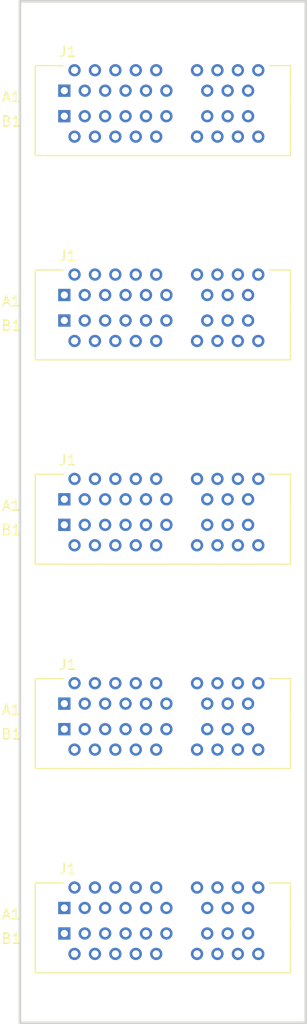
<source format=kicad_pcb>
(kicad_pcb (version 20240108) (generator "pcbnew") (generator_version "8.0")
  (layers (0 "F.Cu" signal) (31 "B.Cu" signal) (34 "B.Paste" user) (35 "F.Paste" user) (36 "B.SilkS" user "B.Silkscreen") (37 "F.SilkS" user "F.Silkscreen") (38 "B.Mask" user) (39 "F.Mask" user) (44 "Edge.Cuts" user))
  (net 0 "")
  (footprint "10018784_10210TLF:AMPHENOL_10018784-10210TLF" (layer "F.Cu") (at 138 140)
    (property "Reference" "J1" (at -11.325 -5.075 0) (layer "F.SilkS"))
    (property "Value" "10018784-10210TLF")
    (fp_line (start -14.5 -3.7) (end -11.75 -3.7) (stroke (width 0.127)) (layer "F.SilkS"))
    (fp_line (start -14.5 5.1) (end -14.5 -3.7) (stroke (width 0.127)) (layer "F.SilkS"))
    (fp_line (start 10.5 -3.7) (end 8.45 -3.7) (stroke (width 0.127)) (layer "F.SilkS"))
    (fp_line (start 10.5 -3.7) (end 10.5 5.1) (stroke (width 0.127)) (layer "F.SilkS"))
    (fp_line (start 10.5 5.1) (end -14.5 5.1) (stroke (width 0.127)) (layer "F.SilkS"))
    (fp_text user "B1" (at -16.85 1.75 0) (layer "F.SilkS"))
    (fp_text user "A1" (at -16.85 -0.65 0) (layer "F.SilkS"))
    (pad "" np_thru_hole circle (at 0 0) (size 2.35 2.35) (drill 2.35) (layers "*.Cu" "*.Mask"))
    (pad "" np_thru_hole circle (at 9.15 0) (size 2.35 2.35) (drill 2.35) (layers "*.Cu" "*.Mask"))
    (pad "A1" thru_hole rect (at -11.65 -1.25) (size 1.208 1.208) (drill 0.7) (layers "*.Cu" "*.Mask"))
    (pad "A2" thru_hole circle (at -10.65 -3.25) (size 1.208 1.208) (drill 0.7) (layers "*.Cu" "*.Mask"))
    (pad "A3" thru_hole circle (at -9.65 -1.25) (size 1.208 1.208) (drill 0.7) (layers "*.Cu" "*.Mask"))
    (pad "A4" thru_hole circle (at -8.65 -3.25) (size 1.208 1.208) (drill 0.7) (layers "*.Cu" "*.Mask"))
    (pad "A5" thru_hole circle (at -7.65 -1.25) (size 1.208 1.208) (drill 0.7) (layers "*.Cu" "*.Mask"))
    (pad "A6" thru_hole circle (at -6.65 -3.25) (size 1.208 1.208) (drill 0.7) (layers "*.Cu" "*.Mask"))
    (pad "A7" thru_hole circle (at -5.65 -1.25) (size 1.208 1.208) (drill 0.7) (layers "*.Cu" "*.Mask"))
    (pad "A8" thru_hole circle (at -4.65 -3.25) (size 1.208 1.208) (drill 0.7) (layers "*.Cu" "*.Mask"))
    (pad "A9" thru_hole circle (at -3.65 -1.25) (size 1.208 1.208) (drill 0.7) (layers "*.Cu" "*.Mask"))
    (pad "A10" thru_hole circle (at -2.65 -3.25) (size 1.208 1.208) (drill 0.7) (layers "*.Cu" "*.Mask"))
    (pad "A11" thru_hole circle (at -1.65 -1.25) (size 1.208 1.208) (drill 0.7) (layers "*.Cu" "*.Mask"))
    (pad "A12" thru_hole circle (at 1.35 -3.25) (size 1.208 1.208) (drill 0.7) (layers "*.Cu" "*.Mask"))
    (pad "A13" thru_hole circle (at 2.35 -1.25) (size 1.208 1.208) (drill 0.7) (layers "*.Cu" "*.Mask"))
    (pad "A14" thru_hole circle (at 3.35 -3.25) (size 1.208 1.208) (drill 0.7) (layers "*.Cu" "*.Mask"))
    (pad "A15" thru_hole circle (at 4.35 -1.25) (size 1.208 1.208) (drill 0.7) (layers "*.Cu" "*.Mask"))
    (pad "A16" thru_hole circle (at 5.35 -3.25) (size 1.208 1.208) (drill 0.7) (layers "*.Cu" "*.Mask"))
    (pad "A17" thru_hole circle (at 6.35 -1.25) (size 1.208 1.208) (drill 0.7) (layers "*.Cu" "*.Mask"))
    (pad "A18" thru_hole circle (at 7.35 -3.25) (size 1.208 1.208) (drill 0.7) (layers "*.Cu" "*.Mask"))
    (pad "B1" thru_hole rect (at -11.65 1.25) (size 1.208 1.208) (drill 0.7) (layers "*.Cu" "*.Mask"))
    (pad "B2" thru_hole circle (at -10.65 3.25) (size 1.208 1.208) (drill 0.7) (layers "*.Cu" "*.Mask"))
    (pad "B3" thru_hole circle (at -9.65 1.25) (size 1.208 1.208) (drill 0.7) (layers "*.Cu" "*.Mask"))
    (pad "B4" thru_hole circle (at -8.65 3.25) (size 1.208 1.208) (drill 0.7) (layers "*.Cu" "*.Mask"))
    (pad "B5" thru_hole circle (at -7.65 1.25) (size 1.208 1.208) (drill 0.7) (layers "*.Cu" "*.Mask"))
    (pad "B6" thru_hole circle (at -6.65 3.25) (size 1.208 1.208) (drill 0.7) (layers "*.Cu" "*.Mask"))
    (pad "B7" thru_hole circle (at -5.65 1.25) (size 1.208 1.208) (drill 0.7) (layers "*.Cu" "*.Mask"))
    (pad "B8" thru_hole circle (at -4.65 3.25) (size 1.208 1.208) (drill 0.7) (layers "*.Cu" "*.Mask"))
    (pad "B9" thru_hole circle (at -3.65 1.25) (size 1.208 1.208) (drill 0.7) (layers "*.Cu" "*.Mask"))
    (pad "B10" thru_hole circle (at -2.65 3.25) (size 1.208 1.208) (drill 0.7) (layers "*.Cu" "*.Mask"))
    (pad "B11" thru_hole circle (at -1.65 1.25) (size 1.208 1.208) (drill 0.7) (layers "*.Cu" "*.Mask"))
    (pad "B12" thru_hole circle (at 1.35 3.25) (size 1.208 1.208) (drill 0.7) (layers "*.Cu" "*.Mask"))
    (pad "B13" thru_hole circle (at 2.35 1.25) (size 1.208 1.208) (drill 0.7) (layers "*.Cu" "*.Mask"))
    (pad "B14" thru_hole circle (at 3.35 3.25) (size 1.208 1.208) (drill 0.7) (layers "*.Cu" "*.Mask"))
    (pad "B15" thru_hole circle (at 4.35 1.25) (size 1.208 1.208) (drill 0.7) (layers "*.Cu" "*.Mask"))
    (pad "B16" thru_hole circle (at 5.35 3.25) (size 1.208 1.208) (drill 0.7) (layers "*.Cu" "*.Mask"))
    (pad "B17" thru_hole circle (at 6.35 1.25) (size 1.208 1.208) (drill 0.7) (layers "*.Cu" "*.Mask"))
    (pad "B18" thru_hole circle (at 7.35 3.25) (size 1.208 1.208) (drill 0.7) (layers "*.Cu" "*.Mask"))
  )
  (footprint "10018784_10210TLF:AMPHENOL_10018784-10210TLF" (layer "F.Cu") (at 138 60)
    (property "Reference" "J1" (at -11.325 -5.075 0) (layer "F.SilkS"))
    (property "Value" "10018784-10210TLF")
    (fp_line (start -14.5 -3.7) (end -11.75 -3.7) (stroke (width 0.127)) (layer "F.SilkS"))
    (fp_line (start -14.5 5.1) (end -14.5 -3.7) (stroke (width 0.127)) (layer "F.SilkS"))
    (fp_line (start 10.5 -3.7) (end 8.45 -3.7) (stroke (width 0.127)) (layer "F.SilkS"))
    (fp_line (start 10.5 -3.7) (end 10.5 5.1) (stroke (width 0.127)) (layer "F.SilkS"))
    (fp_line (start 10.5 5.1) (end -14.5 5.1) (stroke (width 0.127)) (layer "F.SilkS"))
    (fp_text user "B1" (at -16.85 1.75 0) (layer "F.SilkS"))
    (fp_text user "A1" (at -16.85 -0.65 0) (layer "F.SilkS"))
    (pad "" np_thru_hole circle (at 0 0) (size 2.35 2.35) (drill 2.35) (layers "*.Cu" "*.Mask"))
    (pad "" np_thru_hole circle (at 9.15 0) (size 2.35 2.35) (drill 2.35) (layers "*.Cu" "*.Mask"))
    (pad "A1" thru_hole rect (at -11.65 -1.25) (size 1.208 1.208) (drill 0.7) (layers "*.Cu" "*.Mask"))
    (pad "A2" thru_hole circle (at -10.65 -3.25) (size 1.208 1.208) (drill 0.7) (layers "*.Cu" "*.Mask"))
    (pad "A3" thru_hole circle (at -9.65 -1.25) (size 1.208 1.208) (drill 0.7) (layers "*.Cu" "*.Mask"))
    (pad "A4" thru_hole circle (at -8.65 -3.25) (size 1.208 1.208) (drill 0.7) (layers "*.Cu" "*.Mask"))
    (pad "A5" thru_hole circle (at -7.65 -1.25) (size 1.208 1.208) (drill 0.7) (layers "*.Cu" "*.Mask"))
    (pad "A6" thru_hole circle (at -6.65 -3.25) (size 1.208 1.208) (drill 0.7) (layers "*.Cu" "*.Mask"))
    (pad "A7" thru_hole circle (at -5.65 -1.25) (size 1.208 1.208) (drill 0.7) (layers "*.Cu" "*.Mask"))
    (pad "A8" thru_hole circle (at -4.65 -3.25) (size 1.208 1.208) (drill 0.7) (layers "*.Cu" "*.Mask"))
    (pad "A9" thru_hole circle (at -3.65 -1.25) (size 1.208 1.208) (drill 0.7) (layers "*.Cu" "*.Mask"))
    (pad "A10" thru_hole circle (at -2.65 -3.25) (size 1.208 1.208) (drill 0.7) (layers "*.Cu" "*.Mask"))
    (pad "A11" thru_hole circle (at -1.65 -1.25) (size 1.208 1.208) (drill 0.7) (layers "*.Cu" "*.Mask"))
    (pad "A12" thru_hole circle (at 1.35 -3.25) (size 1.208 1.208) (drill 0.7) (layers "*.Cu" "*.Mask"))
    (pad "A13" thru_hole circle (at 2.35 -1.25) (size 1.208 1.208) (drill 0.7) (layers "*.Cu" "*.Mask"))
    (pad "A14" thru_hole circle (at 3.35 -3.25) (size 1.208 1.208) (drill 0.7) (layers "*.Cu" "*.Mask"))
    (pad "A15" thru_hole circle (at 4.35 -1.25) (size 1.208 1.208) (drill 0.7) (layers "*.Cu" "*.Mask"))
    (pad "A16" thru_hole circle (at 5.35 -3.25) (size 1.208 1.208) (drill 0.7) (layers "*.Cu" "*.Mask"))
    (pad "A17" thru_hole circle (at 6.35 -1.25) (size 1.208 1.208) (drill 0.7) (layers "*.Cu" "*.Mask"))
    (pad "A18" thru_hole circle (at 7.35 -3.25) (size 1.208 1.208) (drill 0.7) (layers "*.Cu" "*.Mask"))
    (pad "B1" thru_hole rect (at -11.65 1.25) (size 1.208 1.208) (drill 0.7) (layers "*.Cu" "*.Mask"))
    (pad "B2" thru_hole circle (at -10.65 3.25) (size 1.208 1.208) (drill 0.7) (layers "*.Cu" "*.Mask"))
    (pad "B3" thru_hole circle (at -9.65 1.25) (size 1.208 1.208) (drill 0.7) (layers "*.Cu" "*.Mask"))
    (pad "B4" thru_hole circle (at -8.65 3.25) (size 1.208 1.208) (drill 0.7) (layers "*.Cu" "*.Mask"))
    (pad "B5" thru_hole circle (at -7.65 1.25) (size 1.208 1.208) (drill 0.7) (layers "*.Cu" "*.Mask"))
    (pad "B6" thru_hole circle (at -6.65 3.25) (size 1.208 1.208) (drill 0.7) (layers "*.Cu" "*.Mask"))
    (pad "B7" thru_hole circle (at -5.65 1.25) (size 1.208 1.208) (drill 0.7) (layers "*.Cu" "*.Mask"))
    (pad "B8" thru_hole circle (at -4.65 3.25) (size 1.208 1.208) (drill 0.7) (layers "*.Cu" "*.Mask"))
    (pad "B9" thru_hole circle (at -3.65 1.25) (size 1.208 1.208) (drill 0.7) (layers "*.Cu" "*.Mask"))
    (pad "B10" thru_hole circle (at -2.65 3.25) (size 1.208 1.208) (drill 0.7) (layers "*.Cu" "*.Mask"))
    (pad "B11" thru_hole circle (at -1.65 1.25) (size 1.208 1.208) (drill 0.7) (layers "*.Cu" "*.Mask"))
    (pad "B12" thru_hole circle (at 1.35 3.25) (size 1.208 1.208) (drill 0.7) (layers "*.Cu" "*.Mask"))
    (pad "B13" thru_hole circle (at 2.35 1.25) (size 1.208 1.208) (drill 0.7) (layers "*.Cu" "*.Mask"))
    (pad "B14" thru_hole circle (at 3.35 3.25) (size 1.208 1.208) (drill 0.7) (layers "*.Cu" "*.Mask"))
    (pad "B15" thru_hole circle (at 4.35 1.25) (size 1.208 1.208) (drill 0.7) (layers "*.Cu" "*.Mask"))
    (pad "B16" thru_hole circle (at 5.35 3.25) (size 1.208 1.208) (drill 0.7) (layers "*.Cu" "*.Mask"))
    (pad "B17" thru_hole circle (at 6.35 1.25) (size 1.208 1.208) (drill 0.7) (layers "*.Cu" "*.Mask"))
    (pad "B18" thru_hole circle (at 7.35 3.25) (size 1.208 1.208) (drill 0.7) (layers "*.Cu" "*.Mask"))
  )
  (footprint "10018784_10210TLF:AMPHENOL_10018784-10210TLF" (layer "F.Cu") (at 138 80)
    (property "Reference" "J1" (at -11.325 -5.075 0) (layer "F.SilkS"))
    (property "Value" "10018784-10210TLF")
    (fp_line (start -14.5 -3.7) (end -11.75 -3.7) (stroke (width 0.127)) (layer "F.SilkS"))
    (fp_line (start -14.5 5.1) (end -14.5 -3.7) (stroke (width 0.127)) (layer "F.SilkS"))
    (fp_line (start 10.5 -3.7) (end 8.45 -3.7) (stroke (width 0.127)) (layer "F.SilkS"))
    (fp_line (start 10.5 -3.7) (end 10.5 5.1) (stroke (width 0.127)) (layer "F.SilkS"))
    (fp_line (start 10.5 5.1) (end -14.5 5.1) (stroke (width 0.127)) (layer "F.SilkS"))
    (fp_text user "B1" (at -16.85 1.75 0) (layer "F.SilkS"))
    (fp_text user "A1" (at -16.85 -0.65 0) (layer "F.SilkS"))
    (pad "" np_thru_hole circle (at 0 0) (size 2.35 2.35) (drill 2.35) (layers "*.Cu" "*.Mask"))
    (pad "" np_thru_hole circle (at 9.15 0) (size 2.35 2.35) (drill 2.35) (layers "*.Cu" "*.Mask"))
    (pad "A1" thru_hole rect (at -11.65 -1.25) (size 1.208 1.208) (drill 0.7) (layers "*.Cu" "*.Mask"))
    (pad "A2" thru_hole circle (at -10.65 -3.25) (size 1.208 1.208) (drill 0.7) (layers "*.Cu" "*.Mask"))
    (pad "A3" thru_hole circle (at -9.65 -1.25) (size 1.208 1.208) (drill 0.7) (layers "*.Cu" "*.Mask"))
    (pad "A4" thru_hole circle (at -8.65 -3.25) (size 1.208 1.208) (drill 0.7) (layers "*.Cu" "*.Mask"))
    (pad "A5" thru_hole circle (at -7.65 -1.25) (size 1.208 1.208) (drill 0.7) (layers "*.Cu" "*.Mask"))
    (pad "A6" thru_hole circle (at -6.65 -3.25) (size 1.208 1.208) (drill 0.7) (layers "*.Cu" "*.Mask"))
    (pad "A7" thru_hole circle (at -5.65 -1.25) (size 1.208 1.208) (drill 0.7) (layers "*.Cu" "*.Mask"))
    (pad "A8" thru_hole circle (at -4.65 -3.25) (size 1.208 1.208) (drill 0.7) (layers "*.Cu" "*.Mask"))
    (pad "A9" thru_hole circle (at -3.65 -1.25) (size 1.208 1.208) (drill 0.7) (layers "*.Cu" "*.Mask"))
    (pad "A10" thru_hole circle (at -2.65 -3.25) (size 1.208 1.208) (drill 0.7) (layers "*.Cu" "*.Mask"))
    (pad "A11" thru_hole circle (at -1.65 -1.25) (size 1.208 1.208) (drill 0.7) (layers "*.Cu" "*.Mask"))
    (pad "A12" thru_hole circle (at 1.35 -3.25) (size 1.208 1.208) (drill 0.7) (layers "*.Cu" "*.Mask"))
    (pad "A13" thru_hole circle (at 2.35 -1.25) (size 1.208 1.208) (drill 0.7) (layers "*.Cu" "*.Mask"))
    (pad "A14" thru_hole circle (at 3.35 -3.25) (size 1.208 1.208) (drill 0.7) (layers "*.Cu" "*.Mask"))
    (pad "A15" thru_hole circle (at 4.35 -1.25) (size 1.208 1.208) (drill 0.7) (layers "*.Cu" "*.Mask"))
    (pad "A16" thru_hole circle (at 5.35 -3.25) (size 1.208 1.208) (drill 0.7) (layers "*.Cu" "*.Mask"))
    (pad "A17" thru_hole circle (at 6.35 -1.25) (size 1.208 1.208) (drill 0.7) (layers "*.Cu" "*.Mask"))
    (pad "A18" thru_hole circle (at 7.35 -3.25) (size 1.208 1.208) (drill 0.7) (layers "*.Cu" "*.Mask"))
    (pad "B1" thru_hole rect (at -11.65 1.25) (size 1.208 1.208) (drill 0.7) (layers "*.Cu" "*.Mask"))
    (pad "B2" thru_hole circle (at -10.65 3.25) (size 1.208 1.208) (drill 0.7) (layers "*.Cu" "*.Mask"))
    (pad "B3" thru_hole circle (at -9.65 1.25) (size 1.208 1.208) (drill 0.7) (layers "*.Cu" "*.Mask"))
    (pad "B4" thru_hole circle (at -8.65 3.25) (size 1.208 1.208) (drill 0.7) (layers "*.Cu" "*.Mask"))
    (pad "B5" thru_hole circle (at -7.65 1.25) (size 1.208 1.208) (drill 0.7) (layers "*.Cu" "*.Mask"))
    (pad "B6" thru_hole circle (at -6.65 3.25) (size 1.208 1.208) (drill 0.7) (layers "*.Cu" "*.Mask"))
    (pad "B7" thru_hole circle (at -5.65 1.25) (size 1.208 1.208) (drill 0.7) (layers "*.Cu" "*.Mask"))
    (pad "B8" thru_hole circle (at -4.65 3.25) (size 1.208 1.208) (drill 0.7) (layers "*.Cu" "*.Mask"))
    (pad "B9" thru_hole circle (at -3.65 1.25) (size 1.208 1.208) (drill 0.7) (layers "*.Cu" "*.Mask"))
    (pad "B10" thru_hole circle (at -2.65 3.25) (size 1.208 1.208) (drill 0.7) (layers "*.Cu" "*.Mask"))
    (pad "B11" thru_hole circle (at -1.65 1.25) (size 1.208 1.208) (drill 0.7) (layers "*.Cu" "*.Mask"))
    (pad "B12" thru_hole circle (at 1.35 3.25) (size 1.208 1.208) (drill 0.7) (layers "*.Cu" "*.Mask"))
    (pad "B13" thru_hole circle (at 2.35 1.25) (size 1.208 1.208) (drill 0.7) (layers "*.Cu" "*.Mask"))
    (pad "B14" thru_hole circle (at 3.35 3.25) (size 1.208 1.208) (drill 0.7) (layers "*.Cu" "*.Mask"))
    (pad "B15" thru_hole circle (at 4.35 1.25) (size 1.208 1.208) (drill 0.7) (layers "*.Cu" "*.Mask"))
    (pad "B16" thru_hole circle (at 5.35 3.25) (size 1.208 1.208) (drill 0.7) (layers "*.Cu" "*.Mask"))
    (pad "B17" thru_hole circle (at 6.35 1.25) (size 1.208 1.208) (drill 0.7) (layers "*.Cu" "*.Mask"))
    (pad "B18" thru_hole circle (at 7.35 3.25) (size 1.208 1.208) (drill 0.7) (layers "*.Cu" "*.Mask"))
  )
  (footprint "10018784_10210TLF:AMPHENOL_10018784-10210TLF" (layer "F.Cu") (at 138 120)
    (property "Reference" "J1" (at -11.325 -5.075 0) (layer "F.SilkS"))
    (property "Value" "10018784-10210TLF")
    (fp_line (start -14.5 -3.7) (end -11.75 -3.7) (stroke (width 0.127)) (layer "F.SilkS"))
    (fp_line (start -14.5 5.1) (end -14.5 -3.7) (stroke (width 0.127)) (layer "F.SilkS"))
    (fp_line (start 10.5 -3.7) (end 8.45 -3.7) (stroke (width 0.127)) (layer "F.SilkS"))
    (fp_line (start 10.5 -3.7) (end 10.5 5.1) (stroke (width 0.127)) (layer "F.SilkS"))
    (fp_line (start 10.5 5.1) (end -14.5 5.1) (stroke (width 0.127)) (layer "F.SilkS"))
    (fp_text user "B1" (at -16.85 1.75 0) (layer "F.SilkS"))
    (fp_text user "A1" (at -16.85 -0.65 0) (layer "F.SilkS"))
    (pad "" np_thru_hole circle (at 0 0) (size 2.35 2.35) (drill 2.35) (layers "*.Cu" "*.Mask"))
    (pad "" np_thru_hole circle (at 9.15 0) (size 2.35 2.35) (drill 2.35) (layers "*.Cu" "*.Mask"))
    (pad "A1" thru_hole rect (at -11.65 -1.25) (size 1.208 1.208) (drill 0.7) (layers "*.Cu" "*.Mask"))
    (pad "A2" thru_hole circle (at -10.65 -3.25) (size 1.208 1.208) (drill 0.7) (layers "*.Cu" "*.Mask"))
    (pad "A3" thru_hole circle (at -9.65 -1.25) (size 1.208 1.208) (drill 0.7) (layers "*.Cu" "*.Mask"))
    (pad "A4" thru_hole circle (at -8.65 -3.25) (size 1.208 1.208) (drill 0.7) (layers "*.Cu" "*.Mask"))
    (pad "A5" thru_hole circle (at -7.65 -1.25) (size 1.208 1.208) (drill 0.7) (layers "*.Cu" "*.Mask"))
    (pad "A6" thru_hole circle (at -6.65 -3.25) (size 1.208 1.208) (drill 0.7) (layers "*.Cu" "*.Mask"))
    (pad "A7" thru_hole circle (at -5.65 -1.25) (size 1.208 1.208) (drill 0.7) (layers "*.Cu" "*.Mask"))
    (pad "A8" thru_hole circle (at -4.65 -3.25) (size 1.208 1.208) (drill 0.7) (layers "*.Cu" "*.Mask"))
    (pad "A9" thru_hole circle (at -3.65 -1.25) (size 1.208 1.208) (drill 0.7) (layers "*.Cu" "*.Mask"))
    (pad "A10" thru_hole circle (at -2.65 -3.25) (size 1.208 1.208) (drill 0.7) (layers "*.Cu" "*.Mask"))
    (pad "A11" thru_hole circle (at -1.65 -1.25) (size 1.208 1.208) (drill 0.7) (layers "*.Cu" "*.Mask"))
    (pad "A12" thru_hole circle (at 1.35 -3.25) (size 1.208 1.208) (drill 0.7) (layers "*.Cu" "*.Mask"))
    (pad "A13" thru_hole circle (at 2.35 -1.25) (size 1.208 1.208) (drill 0.7) (layers "*.Cu" "*.Mask"))
    (pad "A14" thru_hole circle (at 3.35 -3.25) (size 1.208 1.208) (drill 0.7) (layers "*.Cu" "*.Mask"))
    (pad "A15" thru_hole circle (at 4.35 -1.25) (size 1.208 1.208) (drill 0.7) (layers "*.Cu" "*.Mask"))
    (pad "A16" thru_hole circle (at 5.35 -3.25) (size 1.208 1.208) (drill 0.7) (layers "*.Cu" "*.Mask"))
    (pad "A17" thru_hole circle (at 6.35 -1.25) (size 1.208 1.208) (drill 0.7) (layers "*.Cu" "*.Mask"))
    (pad "A18" thru_hole circle (at 7.35 -3.25) (size 1.208 1.208) (drill 0.7) (layers "*.Cu" "*.Mask"))
    (pad "B1" thru_hole rect (at -11.65 1.25) (size 1.208 1.208) (drill 0.7) (layers "*.Cu" "*.Mask"))
    (pad "B2" thru_hole circle (at -10.65 3.25) (size 1.208 1.208) (drill 0.7) (layers "*.Cu" "*.Mask"))
    (pad "B3" thru_hole circle (at -9.65 1.25) (size 1.208 1.208) (drill 0.7) (layers "*.Cu" "*.Mask"))
    (pad "B4" thru_hole circle (at -8.65 3.25) (size 1.208 1.208) (drill 0.7) (layers "*.Cu" "*.Mask"))
    (pad "B5" thru_hole circle (at -7.65 1.25) (size 1.208 1.208) (drill 0.7) (layers "*.Cu" "*.Mask"))
    (pad "B6" thru_hole circle (at -6.65 3.25) (size 1.208 1.208) (drill 0.7) (layers "*.Cu" "*.Mask"))
    (pad "B7" thru_hole circle (at -5.65 1.25) (size 1.208 1.208) (drill 0.7) (layers "*.Cu" "*.Mask"))
    (pad "B8" thru_hole circle (at -4.65 3.25) (size 1.208 1.208) (drill 0.7) (layers "*.Cu" "*.Mask"))
    (pad "B9" thru_hole circle (at -3.65 1.25) (size 1.208 1.208) (drill 0.7) (layers "*.Cu" "*.Mask"))
    (pad "B10" thru_hole circle (at -2.65 3.25) (size 1.208 1.208) (drill 0.7) (layers "*.Cu" "*.Mask"))
    (pad "B11" thru_hole circle (at -1.65 1.25) (size 1.208 1.208) (drill 0.7) (layers "*.Cu" "*.Mask"))
    (pad "B12" thru_hole circle (at 1.35 3.25) (size 1.208 1.208) (drill 0.7) (layers "*.Cu" "*.Mask"))
    (pad "B13" thru_hole circle (at 2.35 1.25) (size 1.208 1.208) (drill 0.7) (layers "*.Cu" "*.Mask"))
    (pad "B14" thru_hole circle (at 3.35 3.25) (size 1.208 1.208) (drill 0.7) (layers "*.Cu" "*.Mask"))
    (pad "B15" thru_hole circle (at 4.35 1.25) (size 1.208 1.208) (drill 0.7) (layers "*.Cu" "*.Mask"))
    (pad "B16" thru_hole circle (at 5.35 3.25) (size 1.208 1.208) (drill 0.7) (layers "*.Cu" "*.Mask"))
    (pad "B17" thru_hole circle (at 6.35 1.25) (size 1.208 1.208) (drill 0.7) (layers "*.Cu" "*.Mask"))
    (pad "B18" thru_hole circle (at 7.35 3.25) (size 1.208 1.208) (drill 0.7) (layers "*.Cu" "*.Mask"))
  )
  (footprint "10018784_10210TLF:AMPHENOL_10018784-10210TLF" (layer "F.Cu") (at 138 100)
    (property "Reference" "J1" (at -11.325 -5.075 0) (layer "F.SilkS"))
    (property "Value" "10018784-10210TLF")
    (fp_line (start -14.5 -3.7) (end -11.75 -3.7) (stroke (width 0.127)) (layer "F.SilkS"))
    (fp_line (start -14.5 5.1) (end -14.5 -3.7) (stroke (width 0.127)) (layer "F.SilkS"))
    (fp_line (start 10.5 -3.7) (end 8.45 -3.7) (stroke (width 0.127)) (layer "F.SilkS"))
    (fp_line (start 10.5 -3.7) (end 10.5 5.1) (stroke (width 0.127)) (layer "F.SilkS"))
    (fp_line (start 10.5 5.1) (end -14.5 5.1) (stroke (width 0.127)) (layer "F.SilkS"))
    (fp_text user "B1" (at -16.85 1.75 0) (layer "F.SilkS"))
    (fp_text user "A1" (at -16.85 -0.65 0) (layer "F.SilkS"))
    (pad "" np_thru_hole circle (at 0 0) (size 2.35 2.35) (drill 2.35) (layers "*.Cu" "*.Mask"))
    (pad "" np_thru_hole circle (at 9.15 0) (size 2.35 2.35) (drill 2.35) (layers "*.Cu" "*.Mask"))
    (pad "A1" thru_hole rect (at -11.65 -1.25) (size 1.208 1.208) (drill 0.7) (layers "*.Cu" "*.Mask"))
    (pad "A2" thru_hole circle (at -10.65 -3.25) (size 1.208 1.208) (drill 0.7) (layers "*.Cu" "*.Mask"))
    (pad "A3" thru_hole circle (at -9.65 -1.25) (size 1.208 1.208) (drill 0.7) (layers "*.Cu" "*.Mask"))
    (pad "A4" thru_hole circle (at -8.65 -3.25) (size 1.208 1.208) (drill 0.7) (layers "*.Cu" "*.Mask"))
    (pad "A5" thru_hole circle (at -7.65 -1.25) (size 1.208 1.208) (drill 0.7) (layers "*.Cu" "*.Mask"))
    (pad "A6" thru_hole circle (at -6.65 -3.25) (size 1.208 1.208) (drill 0.7) (layers "*.Cu" "*.Mask"))
    (pad "A7" thru_hole circle (at -5.65 -1.25) (size 1.208 1.208) (drill 0.7) (layers "*.Cu" "*.Mask"))
    (pad "A8" thru_hole circle (at -4.65 -3.25) (size 1.208 1.208) (drill 0.7) (layers "*.Cu" "*.Mask"))
    (pad "A9" thru_hole circle (at -3.65 -1.25) (size 1.208 1.208) (drill 0.7) (layers "*.Cu" "*.Mask"))
    (pad "A10" thru_hole circle (at -2.65 -3.25) (size 1.208 1.208) (drill 0.7) (layers "*.Cu" "*.Mask"))
    (pad "A11" thru_hole circle (at -1.65 -1.25) (size 1.208 1.208) (drill 0.7) (layers "*.Cu" "*.Mask"))
    (pad "A12" thru_hole circle (at 1.35 -3.25) (size 1.208 1.208) (drill 0.7) (layers "*.Cu" "*.Mask"))
    (pad "A13" thru_hole circle (at 2.35 -1.25) (size 1.208 1.208) (drill 0.7) (layers "*.Cu" "*.Mask"))
    (pad "A14" thru_hole circle (at 3.35 -3.25) (size 1.208 1.208) (drill 0.7) (layers "*.Cu" "*.Mask"))
    (pad "A15" thru_hole circle (at 4.35 -1.25) (size 1.208 1.208) (drill 0.7) (layers "*.Cu" "*.Mask"))
    (pad "A16" thru_hole circle (at 5.35 -3.25) (size 1.208 1.208) (drill 0.7) (layers "*.Cu" "*.Mask"))
    (pad "A17" thru_hole circle (at 6.35 -1.25) (size 1.208 1.208) (drill 0.7) (layers "*.Cu" "*.Mask"))
    (pad "A18" thru_hole circle (at 7.35 -3.25) (size 1.208 1.208) (drill 0.7) (layers "*.Cu" "*.Mask"))
    (pad "B1" thru_hole rect (at -11.65 1.25) (size 1.208 1.208) (drill 0.7) (layers "*.Cu" "*.Mask"))
    (pad "B2" thru_hole circle (at -10.65 3.25) (size 1.208 1.208) (drill 0.7) (layers "*.Cu" "*.Mask"))
    (pad "B3" thru_hole circle (at -9.65 1.25) (size 1.208 1.208) (drill 0.7) (layers "*.Cu" "*.Mask"))
    (pad "B4" thru_hole circle (at -8.65 3.25) (size 1.208 1.208) (drill 0.7) (layers "*.Cu" "*.Mask"))
    (pad "B5" thru_hole circle (at -7.65 1.25) (size 1.208 1.208) (drill 0.7) (layers "*.Cu" "*.Mask"))
    (pad "B6" thru_hole circle (at -6.65 3.25) (size 1.208 1.208) (drill 0.7) (layers "*.Cu" "*.Mask"))
    (pad "B7" thru_hole circle (at -5.65 1.25) (size 1.208 1.208) (drill 0.7) (layers "*.Cu" "*.Mask"))
    (pad "B8" thru_hole circle (at -4.65 3.25) (size 1.208 1.208) (drill 0.7) (layers "*.Cu" "*.Mask"))
    (pad "B9" thru_hole circle (at -3.65 1.25) (size 1.208 1.208) (drill 0.7) (layers "*.Cu" "*.Mask"))
    (pad "B10" thru_hole circle (at -2.65 3.25) (size 1.208 1.208) (drill 0.7) (layers "*.Cu" "*.Mask"))
    (pad "B11" thru_hole circle (at -1.65 1.25) (size 1.208 1.208) (drill 0.7) (layers "*.Cu" "*.Mask"))
    (pad "B12" thru_hole circle (at 1.35 3.25) (size 1.208 1.208) (drill 0.7) (layers "*.Cu" "*.Mask"))
    (pad "B13" thru_hole circle (at 2.35 1.25) (size 1.208 1.208) (drill 0.7) (layers "*.Cu" "*.Mask"))
    (pad "B14" thru_hole circle (at 3.35 3.25) (size 1.208 1.208) (drill 0.7) (layers "*.Cu" "*.Mask"))
    (pad "B15" thru_hole circle (at 4.35 1.25) (size 1.208 1.208) (drill 0.7) (layers "*.Cu" "*.Mask"))
    (pad "B16" thru_hole circle (at 5.35 3.25) (size 1.208 1.208) (drill 0.7) (layers "*.Cu" "*.Mask"))
    (pad "B17" thru_hole circle (at 6.35 1.25) (size 1.208 1.208) (drill 0.7) (layers "*.Cu" "*.Mask"))
    (pad "B18" thru_hole circle (at 7.35 3.25) (size 1.208 1.208) (drill 0.7) (layers "*.Cu" "*.Mask"))
  )
  (gr_line (start 122 50) (end 150 50) (stroke (width 0.25)) (layer "Edge.Cuts"))
  (gr_line (start 122 150) (end 122 50) (stroke (width 0.25)) (layer "Edge.Cuts"))
  (gr_line (start 150 150) (end 150 50) (stroke (width 0.25)) (layer "Edge.Cuts"))
  (gr_line (start 122 150) (end 150 150) (stroke (width 0.25)) (layer "Edge.Cuts"))
)
</source>
